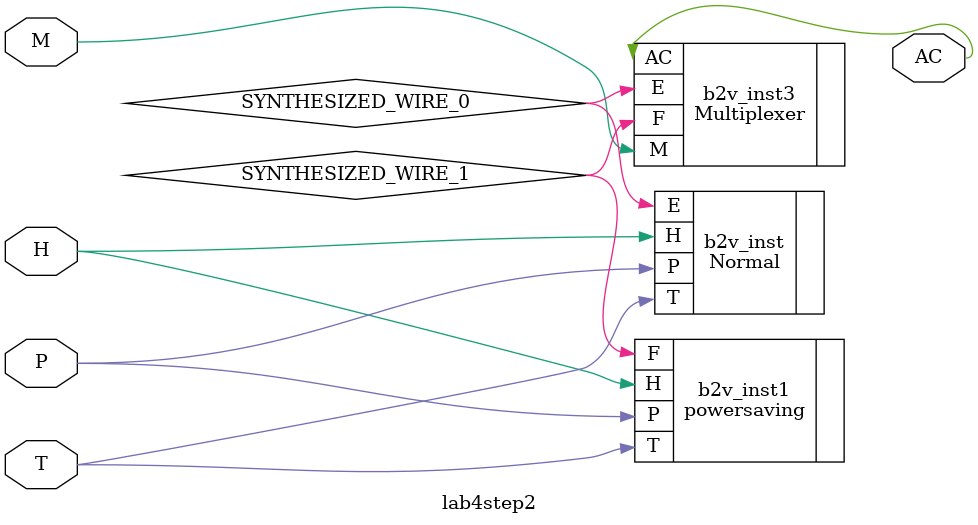
<source format=v>


module lab4step2(
	P,
	H,
	T,
	M,
	AC
);


input wire	P;
input wire	H;
input wire	T;
input wire	M;
output wire	AC;

wire	SYNTHESIZED_WIRE_0;
wire	SYNTHESIZED_WIRE_1;





Normal	b2v_inst(
	.P(P),
	.T(T),
	.H(H),
	.E(SYNTHESIZED_WIRE_0));


powersaving	b2v_inst1(
	.P(P),
	.T(T),
	.H(H),
	.F(SYNTHESIZED_WIRE_1));


Multiplexer	b2v_inst3(
	.E(SYNTHESIZED_WIRE_0),
	.F(SYNTHESIZED_WIRE_1),
	.M(M),
	.AC(AC));


endmodule

</source>
